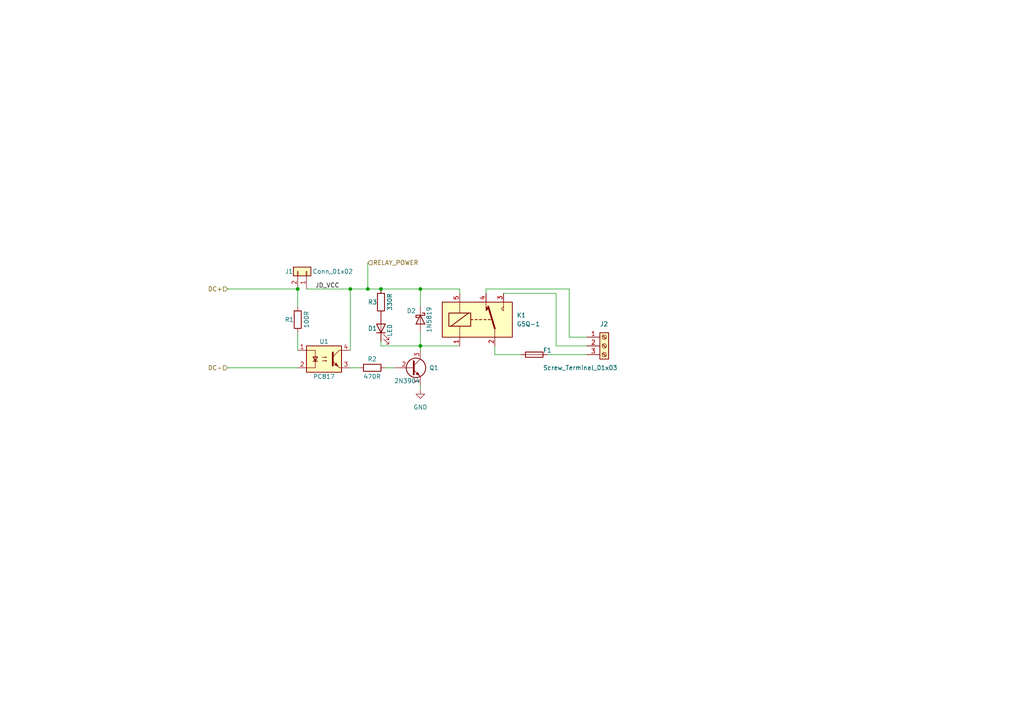
<source format=kicad_sch>
(kicad_sch (version 20211123) (generator eeschema)
  (paper "A4")
  (lib_symbols
    (symbol "Connector:Screw_Terminal_01x03" (pin_names (offset 1.016) hide)
      (property "Reference" "J" (at 0 5.08 0))
      (property "Value" "Screw_Terminal_01x03" (at 0 -5.08 0))
      (symbol "Screw_Terminal_01x03_1_1"
        (rectangle (start -1.27 3.81) (end 1.27 -3.81) (stroke (width 0.254)) (fill (type background)))
        (circle (center 0 -2.54) (radius 0.635) (stroke (width 0.1524)))
        (polyline (pts (xy -0.5334 -2.2098) (xy 0.3302 -3.048)) (stroke (width 0.1524)))
        (polyline (pts (xy -0.5334 0.3302) (xy 0.3302 -0.508)) (stroke (width 0.1524)))
        (polyline (pts (xy -0.5334 2.8702) (xy 0.3302 2.032)) (stroke (width 0.1524)))
        (polyline (pts (xy -0.3556 -2.032) (xy 0.508 -2.8702)) (stroke (width 0.1524)))
        (polyline (pts (xy -0.3556 0.508) (xy 0.508 -0.3302)) (stroke (width 0.1524)))
        (polyline (pts (xy -0.3556 3.048) (xy 0.508 2.2098)) (stroke (width 0.1524)))
        (circle (center 0 0) (radius 0.635) (stroke (width 0.1524)))
        (circle (center 0 2.54) (radius 0.635) (stroke (width 0.1524)))
        (pin passive line (at -5.08 2.54 0) (length 3.81) (name "Pin_1") (number "1"))
        (pin passive line (at -5.08 0 0) (length 3.81) (name "Pin_2") (number "2"))
        (pin passive line (at -5.08 -2.54 0) (length 3.81) (name "Pin_3") (number "3"))
      )
    )
    (symbol "Connector_Generic:Conn_01x02" (pin_names (offset 1.016) hide)
      (property "Reference" "J" (at 0 2.54 0))
      (property "Value" "Conn_01x02" (at 0 -5.08 0))
      (symbol "Conn_01x02_1_1"
        (rectangle (start -1.27 -2.413) (end 0 -2.667) (stroke (width 0.1524)))
        (rectangle (start -1.27 0.127) (end 0 -0.127) (stroke (width 0.1524)))
        (rectangle (start -1.27 1.27) (end 1.27 -3.81) (stroke (width 0.254)) (fill (type background)))
        (pin passive line (at -5.08 0 0) (length 3.81) (name "Pin_1") (number "1"))
        (pin passive line (at -5.08 -2.54 0) (length 3.81) (name "Pin_2") (number "2"))
      )
    )
    (symbol "Device:Fuse" (pin_numbers hide) (pin_names (offset 0))
      (property "Reference" "F" (at 2.032 0 90))
      (property "Value" "Fuse" (at -1.905 0 90))
      (symbol "Fuse_0_1"
        (rectangle (start -0.762 -2.54) (end 0.762 2.54) (stroke (width 0.254)))
        (polyline (pts (xy 0 2.54) (xy 0 -2.54)))
      )
      (symbol "Fuse_1_1"
        (pin passive line (at 0 3.81 270) (length 1.27) (name "~") (number "1"))
        (pin passive line (at 0 -3.81 90) (length 1.27) (name "~") (number "2"))
      )
    )
    (symbol "Device:LED" (pin_numbers hide) (pin_names (offset 1.016) hide)
      (property "Reference" "D" (at 0 2.54 0))
      (property "Value" "LED" (at 0 -2.54 0))
      (symbol "LED_0_1"
        (polyline (pts (xy -1.27 -1.27) (xy -1.27 1.27)) (stroke (width 0.254)))
        (polyline (pts (xy -1.27 0) (xy 1.27 0)))
        (polyline (pts (xy 1.27 -1.27) (xy 1.27 1.27) (xy -1.27 0) (xy 1.27 -1.27)) (stroke (width 0.254)))
        (polyline (pts (xy -3.048 -0.762) (xy -4.572 -2.286) (xy -3.81 -2.286) (xy -4.572 -2.286) (xy -4.572 -1.524)))
        (polyline (pts (xy -1.778 -0.762) (xy -3.302 -2.286) (xy -2.54 -2.286) (xy -3.302 -2.286) (xy -3.302 -1.524)))
      )
      (symbol "LED_1_1"
        (pin passive line (at -3.81 0 0) (length 2.54) (name "K") (number "1"))
        (pin passive line (at 3.81 0 180) (length 2.54) (name "A") (number "2"))
      )
    )
    (symbol "Device:R" (pin_numbers hide) (pin_names (offset 0))
      (property "Reference" "R" (at 2.032 0 90))
      (property "Value" "R" (at 0 0 90))
      (symbol "R_0_1"
        (rectangle (start -1.016 -2.54) (end 1.016 2.54) (stroke (width 0.254)))
      )
      (symbol "R_1_1"
        (pin passive line (at 0 3.81 270) (length 1.27) (name "~") (number "1"))
        (pin passive line (at 0 -3.81 90) (length 1.27) (name "~") (number "2"))
      )
    )
    (symbol "Diode:1N5819" (pin_numbers hide) (pin_names (offset 1.016) hide)
      (property "Reference" "D" (at 0 2.54 0))
      (property "Value" "1N5819" (at 0 -2.54 0))
      (symbol "1N5819_0_1"
        (polyline (pts (xy 1.27 0) (xy -1.27 0)))
        (polyline (pts (xy 1.27 1.27) (xy 1.27 -1.27) (xy -1.27 0) (xy 1.27 1.27)) (stroke (width 0.254)))
        (polyline (pts (xy -1.905 0.635) (xy -1.905 1.27) (xy -1.27 1.27) (xy -1.27 -1.27) (xy -0.635 -1.27) (xy -0.635 -0.635)) (stroke (width 0.254)))
      )
      (symbol "1N5819_1_1"
        (pin passive line (at -3.81 0 0) (length 2.54) (name "K") (number "1"))
        (pin passive line (at 3.81 0 180) (length 2.54) (name "A") (number "2"))
      )
    )
    (symbol "Isolator:PC817" (pin_names (offset 1.016))
      (property "Reference" "U" (at -5.08 5.08 0))
      (property "Value" "PC817" (at 0 5.08 0))
      (symbol "PC817_0_1"
        (rectangle (start -5.08 3.81) (end 5.08 -3.81) (stroke (width 0.254)) (fill (type background)))
        (polyline (pts (xy -3.175 -0.635) (xy -1.905 -0.635)) (stroke (width 0.254)))
        (polyline (pts (xy 2.54 0.635) (xy 4.445 2.54)))
        (polyline (pts (xy 4.445 -2.54) (xy 2.54 -0.635)) (fill (type outline)))
        (polyline (pts (xy 4.445 -2.54) (xy 5.08 -2.54)))
        (polyline (pts (xy 4.445 2.54) (xy 5.08 2.54)))
        (polyline (pts (xy -5.08 2.54) (xy -2.54 2.54) (xy -2.54 -0.635)))
        (polyline (pts (xy -2.54 -0.635) (xy -2.54 -2.54) (xy -5.08 -2.54)))
        (polyline (pts (xy 2.54 1.905) (xy 2.54 -1.905) (xy 2.54 -1.905)) (stroke (width 0.508)))
        (polyline (pts (xy -2.54 -0.635) (xy -3.175 0.635) (xy -1.905 0.635) (xy -2.54 -0.635)) (stroke (width 0.254)))
        (polyline (pts (xy -0.508 -0.508) (xy 0.762 -0.508) (xy 0.381 -0.635) (xy 0.381 -0.381) (xy 0.762 -0.508)))
        (polyline (pts (xy -0.508 0.508) (xy 0.762 0.508) (xy 0.381 0.381) (xy 0.381 0.635) (xy 0.762 0.508)))
        (polyline (pts (xy 3.048 -1.651) (xy 3.556 -1.143) (xy 4.064 -2.159) (xy 3.048 -1.651) (xy 3.048 -1.651)) (fill (type outline)))
      )
      (symbol "PC817_1_1"
        (pin passive line (at -7.62 2.54 0) (length 2.54) (name "~") (number "1"))
        (pin passive line (at -7.62 -2.54 0) (length 2.54) (name "~") (number "2"))
        (pin passive line (at 7.62 -2.54 180) (length 2.54) (name "~") (number "3"))
        (pin passive line (at 7.62 2.54 180) (length 2.54) (name "~") (number "4"))
      )
    )
    (symbol "Relay:G5Q-1"
      (property "Reference" "K" (at 11.43 3.81 0))
      (property "Value" "G5Q-1" (at 11.43 1.27 0))
      (symbol "G5Q-1_0_0"
        (polyline (pts (xy 7.62 5.08) (xy 7.62 2.54) (xy 6.985 3.175) (xy 7.62 3.81)))
      )
      (symbol "G5Q-1_0_1"
        (rectangle (start -10.16 5.08) (end 10.16 -5.08) (stroke (width 0.254)) (fill (type background)))
        (rectangle (start -8.255 1.905) (end -1.905 -1.905) (stroke (width 0.254)))
        (polyline (pts (xy -7.62 -1.905) (xy -2.54 1.905)) (stroke (width 0.254)))
        (polyline (pts (xy -5.08 -5.08) (xy -5.08 -1.905)))
        (polyline (pts (xy -5.08 5.08) (xy -5.08 1.905)))
        (polyline (pts (xy -1.905 0) (xy -1.27 0)) (stroke (width 0.254)))
        (polyline (pts (xy -0.635 0) (xy 0 0)) (stroke (width 0.254)))
        (polyline (pts (xy 0.635 0) (xy 1.27 0)) (stroke (width 0.254)))
        (polyline (pts (xy 1.905 0) (xy 2.54 0)) (stroke (width 0.254)))
        (polyline (pts (xy 3.175 0) (xy 3.81 0)) (stroke (width 0.254)))
        (polyline (pts (xy 5.08 -2.54) (xy 3.175 3.81)) (stroke (width 0.508)))
        (polyline (pts (xy 5.08 -2.54) (xy 5.08 -5.08)))
        (polyline (pts (xy 2.54 5.08) (xy 2.54 2.54) (xy 3.175 3.175) (xy 2.54 3.81)) (fill (type outline)))
      )
      (symbol "G5Q-1_1_1"
        (pin passive line (at -5.08 -7.62 90) (length 2.54) (name "~") (number "1"))
        (pin passive line (at 5.08 -7.62 90) (length 2.54) (name "~") (number "2"))
        (pin passive line (at 7.62 7.62 270) (length 2.54) (name "~") (number "3"))
        (pin passive line (at 2.54 7.62 270) (length 2.54) (name "~") (number "4"))
        (pin passive line (at -5.08 7.62 270) (length 2.54) (name "~") (number "5"))
      )
    )
    (symbol "Transistor_BJT:2N3904" (pin_names (offset 0) hide)
      (property "Reference" "Q" (at 5.08 1.905 0))
      (property "Value" "2N3904" (at 5.08 0 0))
      (symbol "2N3904_0_1"
        (polyline (pts (xy 0.635 0.635) (xy 2.54 2.54)))
        (polyline (pts (xy 0.635 -0.635) (xy 2.54 -2.54) (xy 2.54 -2.54)))
        (polyline (pts (xy 0.635 1.905) (xy 0.635 -1.905) (xy 0.635 -1.905)) (stroke (width 0.508)))
        (polyline (pts (xy 1.27 -1.778) (xy 1.778 -1.27) (xy 2.286 -2.286) (xy 1.27 -1.778) (xy 1.27 -1.778)) (fill (type outline)))
        (circle (center 1.27 0) (radius 2.8194) (stroke (width 0.254)))
      )
      (symbol "2N3904_1_1"
        (pin passive line (at 2.54 -5.08 90) (length 2.54) (name "E") (number "1"))
        (pin passive line (at -5.08 0 0) (length 5.715) (name "B") (number "2"))
        (pin passive line (at 2.54 5.08 270) (length 2.54) (name "C") (number "3"))
      )
    )
    (symbol "power:GND" (power) (pin_names (offset 0))
      (property "Value" "GND" (at 0 -3.81 0))
      (symbol "GND_0_1"
        (polyline (pts (xy 0 0) (xy 0 -1.27) (xy 1.27 -1.27) (xy 0 -2.54) (xy -1.27 -1.27) (xy 0 -1.27)))
      )
      (symbol "GND_1_1"
        (pin power_in line (at 0 0 270) (length 0) hide (name "GND") (number "1"))
      )
    )
  )
  (junction (at 121.92 100.33))
  (junction (at 106.68 83.82))
  (junction (at 121.92 83.82))
  (junction (at 101.6 83.82))
  (junction (at 110.49 83.82))
  (junction (at 86.36 83.82))
  (wire (pts (xy 121.92 88.9) (xy 121.92 83.82)))
  (wire (pts (xy 121.92 96.52) (xy 121.92 100.33)))
  (wire (pts (xy 170.18 97.79) (xy 165.1 97.79)))
  (wire (pts (xy 143.51 102.87) (xy 151.13 102.87)))
  (wire (pts (xy 146.05 85.09) (xy 161.29 85.09)))
  (wire (pts (xy 86.36 96.52) (xy 86.36 101.6)))
  (wire (pts (xy 121.92 100.33) (xy 133.35 100.33)))
  (wire (pts (xy 165.1 83.82) (xy 140.97 83.82)))
  (wire (pts (xy 133.35 83.82) (xy 133.35 85.09)))
  (wire (pts (xy 111.76 106.68) (xy 114.3 106.68)))
  (wire (pts (xy 143.51 100.33) (xy 143.51 102.87)))
  (wire (pts (xy 66.04 83.82) (xy 86.36 83.82)))
  (wire (pts (xy 66.04 106.68) (xy 86.36 106.68)))
  (wire (pts (xy 161.29 100.33) (xy 170.18 100.33)))
  (wire (pts (xy 110.49 99.06) (xy 110.49 100.33)))
  (wire (pts (xy 121.92 100.33) (xy 121.92 101.6)))
  (wire (pts (xy 158.75 102.87) (xy 170.18 102.87)))
  (wire (pts (xy 86.36 83.82) (xy 86.36 88.9)))
  (wire (pts (xy 101.6 83.82) (xy 106.68 83.82)))
  (wire (pts (xy 88.9 83.82) (xy 101.6 83.82)))
  (wire (pts (xy 106.68 76.2) (xy 106.68 83.82)))
  (wire (pts (xy 110.49 83.82) (xy 121.92 83.82)))
  (wire (pts (xy 110.49 100.33) (xy 121.92 100.33)))
  (wire (pts (xy 121.92 83.82) (xy 133.35 83.82)))
  (wire (pts (xy 161.29 85.09) (xy 161.29 100.33)))
  (wire (pts (xy 121.92 111.76) (xy 121.92 113.03)))
  (wire (pts (xy 140.97 83.82) (xy 140.97 85.09)))
  (wire (pts (xy 101.6 101.6) (xy 101.6 83.82)))
  (wire (pts (xy 101.6 106.68) (xy 104.14 106.68)))
  (wire (pts (xy 165.1 97.79) (xy 165.1 83.82)))
  (wire (pts (xy 106.68 83.82) (xy 110.49 83.82)))
  (label "JD_VCC" (at 91.44 83.82 0))
  (hierarchical_label "DC+" (shape input) (at 66.04 83.82 180))
  (hierarchical_label "RELAY_POWER" (shape input) (at 106.68 76.2 0))
  (hierarchical_label "DC-" (shape input) (at 66.04 106.68 180))
  (symbol (lib_id "Device:R") (at 86.36 92.71 0) (unit 1)
    (property "Reference" "R1" (at 82.55 92.71 0) (effects (justify left)))
    (property "Value" "100R" (at 88.9 95.25 90) (effects (justify left)))
    (property "Footprint" "Resistor_SMD:R_1206_3216Metric" (effects hide))
  )
  (symbol (lib_id "Connector:Screw_Terminal_01x03") (at 175.26 100.33 0) (unit 1)
    (property "Reference" "J2" (at 173.99 93.98 0) (effects (justify left)))
    (property "Value" "Screw_Terminal_01x03" (at 157.48 106.68 0) (effects (justify left)))
    (property "Footprint" "TerminalBlock_RND:TerminalBlock_RND_205-00233_1x03_P5.08mm_Horizontal" (effects hide))
  )
  (symbol (lib_id "Device:R") (at 107.95 106.68 90) (unit 1)
    (property "Reference" "R2" (at 107.95 104.14 90))
    (property "Value" "470R" (at 107.95 109.22 90))
    (property "Footprint" "Resistor_SMD:R_1206_3216Metric" (effects hide))
  )
  (symbol (lib_id "Transistor_BJT:2N3904") (at 119.38 106.68 0) (unit 1)
    (property "Reference" "Q1" (at 124.46 106.68 0) (effects (justify left)))
    (property "Value" "2N3904" (at 114.3 110.49 0) (effects (justify left)))
    (property "Footprint" "Package_TO_SOT_SMD:SOT-23" (effects hide))
    (property "Datasheet" "https://www.onsemi.com/pub/Collateral/2N3903-D.PDF" (effects hide))
  )
  (symbol (lib_id "Relay:G5Q-1") (at 138.43 92.71 0) (unit 1)
    (property "Reference" "K1" (at 149.86 91.4399 0) (effects (justify left)))
    (property "Value" "G5Q-1" (at 149.86 93.9799 0) (effects (justify left)))
    (property "Footprint" "Relay_THT:Relay_SPDT_Omron-G5Q-1" (effects hide))
    (property "Datasheet" "https://www.omron.com/ecb/products/pdf/en-g5q.pdf" (effects hide))
  )
  (symbol (lib_id "power:GND") (at 121.92 113.03 0) (unit 1)
    (property "Reference" "#PWR0101" (effects hide))
    (property "Value" "GND" (at 121.92 118.11 0))
  )
  (symbol (lib_id "Connector_Generic:Conn_01x02") (at 88.9 78.74 270) (mirror x) (unit 1)
    (property "Reference" "J1" (at 83.82 78.74 90))
    (property "Value" "Conn_01x02" (at 96.52 78.74 90))
    (property "Footprint" "Connector_PinHeader_2.54mm:PinHeader_1x02_P2.54mm_Vertical" (effects hide))
  )
  (symbol (lib_id "Device:R") (at 110.49 87.63 0) (unit 1)
    (property "Reference" "R3" (at 106.68 87.63 0) (effects (justify left)))
    (property "Value" "330R" (at 113.03 90.17 90) (effects (justify left)))
    (property "Footprint" "Resistor_SMD:R_1206_3216Metric" (effects hide))
  )
  (symbol (lib_id "Device:Fuse") (at 154.94 102.87 90) (mirror x) (unit 1)
    (property "Reference" "F1" (at 160.02 101.6 90) (effects (justify left)))
    (property "Value" "SB_Fuse" (effects hide))
    (property "Footprint" "Fuse:Fuseholder_Cylinder-5x20mm_Schurter_0031_8201_Horizontal_Open" (effects hide))
  )
  (symbol (lib_id "Diode:1N5819") (at 121.92 92.71 270) (unit 1)
    (property "Reference" "D2" (at 120.65 90.17 90) (effects (justify right)))
    (property "Value" "1N5819" (at 124.46 96.52 0) (effects (justify right)))
    (property "Footprint" "Diode_SMD:D_SOD-123F" (effects hide))
    (property "Datasheet" "http://www.vishay.com/docs/88525/1n5817.pdf" (effects hide))
  )
  (symbol (lib_id "Device:LED") (at 110.49 95.25 90) (unit 1)
    (property "Reference" "D1" (at 106.68 95.25 90) (effects (justify right)))
    (property "Value" "LED" (at 113.03 93.98 0) (effects (justify right)))
    (property "Footprint" "LED_THT:LED_D3.0mm" (effects hide))
  )
  (symbol (lib_id "Isolator:PC817") (at 93.98 104.14 0) (unit 1)
    (property "Reference" "U1" (at 93.98 99.06 0))
    (property "Value" "PC817" (at 93.98 109.22 0))
    (property "Footprint" "Package_DIP:DIP-4_W7.62mm_SMDSocket_SmallPads" (effects hide))
    (property "Datasheet" "http://www.soselectronic.cz/a_info/resource/d/pc817.pdf" (effects hide))
  )
)
</source>
